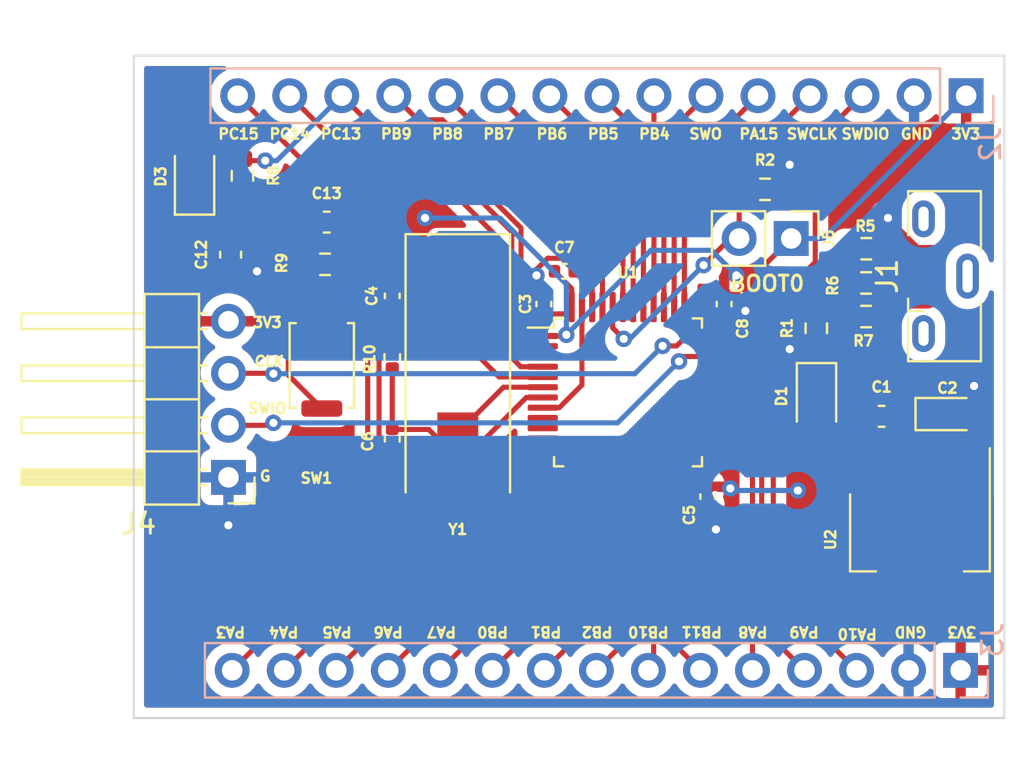
<source format=kicad_pcb>
(kicad_pcb (version 20211014) (generator pcbnew)
  (layers (0 "F.Cu" signal) (31 "B.Cu" signal) (34 "B.Paste" user) (35 "F.Paste" user) (36 "B.SilkS" user "B.Silkscreen") (37 "F.SilkS" user "F.Silkscreen") (38 "B.Mask" user) (39 "F.Mask" user) (44 "Edge.Cuts" user))
  (net 0 "")
  (net 1 "/HSE_OUT")
  (net 2 "Net-(C4-Pad2)")
  (net 3 "/HSE_IN")
  (net 4 "+3.3VA")
  (net 5 "RST")
  (net 6 "Net-(J1-Pad2)")
  (net 7 "Net-(J1-Pad3)")
  (net 9 "SWDIO")
  (net 11 "SWCLK")
  (net 12 "PA15")
  (net 13 "SWO")
  (net 14 "PB4")
  (net 15 "PB5")
  (net 16 "PB6")
  (net 17 "PB7")
  (net 18 "PB8")
  (net 19 "PB9")
  (net 20 "PC13")
  (net 21 "PC14")
  (net 22 "PC15")
  (net 27 "PA10")
  (net 28 "PA9")
  (net 29 "PA8")
  (net 30 "PB11")
  (net 31 "PB10")
  (net 32 "PB2")
  (net 33 "PB1")
  (net 34 "PB0")
  (net 35 "PA7")
  (net 36 "PA6")
  (net 37 "PA5")
  (net 38 "PA4")
  (net 39 "PA3")
  (net 40 "/BOOT0")
  (net 41 "Net-(D3-Pad1)")
  (net 43 "GND")
  (net 44 "+3.3V")
  (net 45 "Net-(D1-Pad1)")
  (net 46 "+5V")
  (net 47 "USB_D-")
  (net 48 "USB_D+")
  (footprint "Connector_PinHeader_2.54mm:PinHeader_1x04_P2.54mm_Horizontal" (layer "F.Cu") (at 116.605 131.46 180)
    (fp_text reference "J4" (at 4.385 -2.27) (layer "F.SilkS"))
    (fp_text value "Conn_01x04_Male")
    (pad "1" thru_hole rect (at 0 0 180) (size 1.7 1.7) (drill 1) (layers *.Cu *.Mask) (net 43 "GND"))
    (pad "2" thru_hole oval (at 0 2.54 180) (size 1.7 1.7) (drill 1) (layers *.Cu *.Mask) (net 9 "SWDIO"))
    (pad "3" thru_hole oval (at 0 5.08 180) (size 1.7 1.7) (drill 1) (layers *.Cu *.Mask) (net 11 "SWCLK"))
    (pad "4" thru_hole oval (at 0 7.62 180) (size 1.7 1.7) (drill 1) (layers *.Cu *.Mask) (net 44 "+3.3V"))
  )
  (footprint "Capacitor_SMD:C_0603_1608Metric" (layer "F.Cu") (at 116.71 120.59 90)
    (fp_text reference "C12" (at 0 -1.43 90) (layer "F.SilkS") (effects (font (size 0.5 0.5) (thickness 0.125))))
    (fp_text value "104")
    (pad "1" smd roundrect (at -0.775 0 90) (size 0.9 0.95) (layers "F.Cu" "F.Paste" "F.Mask") (net 43 "GND"))
    (pad "2" smd roundrect (at 0.775 0 90) (size 0.9 0.95) (layers "F.Cu" "F.Paste" "F.Mask") (net 44 "+3.3V"))
  )
  (footprint "Resistor_SMD:R_0603_1608Metric" (layer "F.Cu") (at 145.3 124.18 90)
    (fp_text reference "R1" (at 0 -1.43 90) (layer "F.SilkS") (effects (font (size 0.5 0.5) (thickness 0.125))))
    (fp_text value "510")
    (pad "1" smd roundrect (at -0.825 0 90) (size 0.8 0.95) (layers "F.Cu" "F.Paste" "F.Mask") (net 45 "Net-(D1-Pad1)"))
    (pad "2" smd roundrect (at 0.825 0 90) (size 0.8 0.95) (layers "F.Cu" "F.Paste" "F.Mask") (net 43 "GND"))
  )
  (footprint "Capacitor_Tantalum_SMD:CP_EIA-1608-08_AVX-J_Pad1.25x1.05mm_HandSolder" (layer "F.Cu") (at 151.83 128.37)
    (fp_text reference "C2" (at -0.13 -1.27) (layer "F.SilkS") (effects (font (size 0.5 0.5) (thickness 0.125))))
    (fp_text value "22uf")
    (pad "1" smd roundrect (at -0.8 0) (size 1.25 1.05) (layers "F.Cu" "F.Paste" "F.Mask") (roundrect_rratio 0.2380952381) (net 44 "+3.3V"))
    (pad "2" smd roundrect (at 0.8 0) (size 1.25 1.05) (layers "F.Cu" "F.Paste" "F.Mask") (roundrect_rratio 0.2380952381) (net 43 "GND"))
  )
  (footprint "Button_Switch_SMD:SW_Push_SPST_NO_Alps_SKRK" (layer "F.Cu") (at 121.16 126 90)
    (fp_text reference "SW1" (at -5.5 -0.26 180) (layer "F.SilkS") (effects (font (size 0.5 0.5) (thickness 0.125))))
    (fp_text value "SW_Push")
    (pad "1" smd roundrect (at -2.1 0 90) (size 0.8 2) (layers "F.Cu" "F.Paste" "F.Mask") (net 43 "GND"))
    (pad "2" smd roundrect (at 2.1 0 90) (size 0.8 2) (layers "F.Cu" "F.Paste" "F.Mask") (net 5 "RST"))
  )
  (footprint "Crystal:Crystal_SMD_HC49-SD" (layer "F.Cu") (at 127.8 126.29 -90)
    (fp_text reference "Y1" (at 7.71 0) (layer "F.SilkS") (effects (font (size 0.5 0.5) (thickness 0.125))))
    (fp_text value "8MHz")
    (pad "1" smd rect (at -4.25 0 270) (size 4.5 2) (layers "F.Cu" "F.Paste" "F.Mask") (net 1 "/HSE_OUT"))
    (pad "2" smd rect (at 4.25 0 270) (size 4.5 2) (layers "F.Cu" "F.Paste" "F.Mask") (net 3 "/HSE_IN"))
  )
  (footprint "Capacitor_SMD:C_0402_1005Metric" (layer "F.Cu") (at 124.6 122.6 -90)
    (fp_text reference "C4" (at 0 1 90) (layer "F.SilkS") (effects (font (size 0.5 0.5) (thickness 0.125))))
    (fp_text value "20p")
    (pad "1" smd roundrect (at -0.48 0 270) (size 0.56 0.62) (layers "F.Cu" "F.Paste" "F.Mask") (net 1 "/HSE_OUT"))
    (pad "2" smd roundrect (at 0.48 0 270) (size 0.56 0.62) (layers "F.Cu" "F.Paste" "F.Mask") (net 2 "Net-(C4-Pad2)"))
  )
  (footprint "Resistor_SMD:R_0603_1608Metric" (layer "F.Cu") (at 147.73 121.97 180)
    (fp_text reference "R6" (at 1.63 -0.13 270) (layer "F.SilkS") (effects (font (size 0.5 0.5) (thickness 0.125))))
    (fp_text value "20")
    (pad "1" smd roundrect (at -0.825 0 180) (size 0.8 0.95) (layers "F.Cu" "F.Paste" "F.Mask") (net 6 "Net-(J1-Pad2)"))
    (pad "2" smd roundrect (at 0.825 0 180) (size 0.8 0.95) (layers "F.Cu" "F.Paste" "F.Mask") (net 47 "USB_D-"))
  )
  (footprint "Capacitor_SMD:C_0402_1005Metric" (layer "F.Cu") (at 133 121.4)
    (fp_text reference "C7" (at 0 -1.16) (layer "F.SilkS") (effects (font (size 0.5 0.5) (thickness 0.125))))
    (fp_text value "100n")
    (pad "1" smd roundrect (at -0.48 0) (size 0.56 0.62) (layers "F.Cu" "F.Paste" "F.Mask") (net 44 "+3.3V"))
    (pad "2" smd roundrect (at 0.48 0) (size 0.56 0.62) (layers "F.Cu" "F.Paste" "F.Mask") (net 43 "GND"))
  )
  (footprint "Resistor_SMD:R_0402_1005Metric" (layer "F.Cu") (at 124.6 125.6 -90)
    (fp_text reference "R10" (at 0.1 1.1 -90) (layer "F.SilkS") (effects (font (size 0.5 0.5) (thickness 0.125))))
    (fp_text value "1M")
    (pad "1" smd roundrect (at -0.51 0 270) (size 0.54 0.64) (layers "F.Cu" "F.Paste" "F.Mask") (net 1 "/HSE_OUT"))
    (pad "2" smd roundrect (at 0.51 0 270) (size 0.54 0.64) (layers "F.Cu" "F.Paste" "F.Mask") (net 3 "/HSE_IN"))
  )
  (footprint "Capacitor_SMD:C_0603_1608Metric" (layer "F.Cu") (at 121.4 119 180)
    (fp_text reference "C13" (at 0 1.4) (layer "F.SilkS") (effects (font (size 0.5 0.5) (thickness 0.125))))
    (fp_text value "104")
    (pad "1" smd roundrect (at -0.775 0 180) (size 0.9 0.95) (layers "F.Cu" "F.Paste" "F.Mask") (net 5 "RST"))
    (pad "2" smd roundrect (at 0.775 0 180) (size 0.9 0.95) (layers "F.Cu" "F.Paste" "F.Mask") (net 43 "GND"))
  )
  (footprint "Capacitor_SMD:C_0402_1005Metric" (layer "F.Cu") (at 132 123 90)
    (fp_text reference "C3" (at 0 -0.9 90) (layer "F.SilkS") (effects (font (size 0.5 0.5) (thickness 0.125))))
    (fp_text value "4u7")
    (pad "1" smd roundrect (at -0.48 0 90) (size 0.56 0.62) (layers "F.Cu" "F.Paste" "F.Mask") (net 44 "+3.3V"))
    (pad "2" smd roundrect (at 0.48 0 90) (size 0.56 0.62) (layers "F.Cu" "F.Paste" "F.Mask") (net 43 "GND"))
  )
  (footprint "Resistor_SMD:R_0603_1608Metric" (layer "F.Cu") (at 117.28875 116.7375 90)
    (fp_text reference "R8" (at 0 1.51125 90) (layer "F.SilkS") (effects (font (size 0.5 0.5) (thickness 0.125))))
    (fp_text value "510")
    (pad "1" smd roundrect (at -0.825 0 90) (size 0.8 0.95) (layers "F.Cu" "F.Paste" "F.Mask") (net 41 "Net-(D3-Pad1)"))
    (pad "2" smd roundrect (at 0.825 0 90) (size 0.8 0.95) (layers "F.Cu" "F.Paste" "F.Mask") (net 20 "PC13"))
  )
  (footprint "Capacitor_SMD:C_0402_1005Metric" (layer "F.Cu") (at 140.8 123 -90)
    (fp_text reference "C8" (at 1.2 -0.9 90) (layer "F.SilkS") (effects (font (size 0.5 0.5) (thickness 0.125))))
    (fp_text value "100n")
    (pad "1" smd roundrect (at -0.48 0 270) (size 0.56 0.62) (layers "F.Cu" "F.Paste" "F.Mask") (net 44 "+3.3V"))
    (pad "2" smd roundrect (at 0.48 0 270) (size 0.56 0.62) (layers "F.Cu" "F.Paste" "F.Mask") (net 43 "GND"))
  )
  (footprint "Resistor_SMD:R_0603_1608Metric" (layer "F.Cu") (at 147.74 120.3 180)
    (fp_text reference "R5" (at 0.04 1.1 180) (layer "F.SilkS") (effects (font (size 0.5 0.5) (thickness 0.125))))
    (fp_text value "20")
    (pad "1" smd roundrect (at -0.825 0 180) (size 0.8 0.95) (layers "F.Cu" "F.Paste" "F.Mask") (net 7 "Net-(J1-Pad3)"))
    (pad "2" smd roundrect (at 0.825 0 180) (size 0.8 0.95) (layers "F.Cu" "F.Paste" "F.Mask") (net 48 "USB_D+"))
  )
  (footprint "Resistor_SMD:R_0603_1608Metric" (layer "F.Cu") (at 142.8 117.4)
    (fp_text reference "R2" (at 0 -1.43) (layer "F.SilkS") (effects (font (size 0.5 0.5) (thickness 0.125))))
    (fp_text value "10k")
    (pad "1" smd roundrect (at -0.825 0) (size 0.8 0.95) (layers "F.Cu" "F.Paste" "F.Mask") (net 40 "/BOOT0"))
    (pad "2" smd roundrect (at 0.825 0) (size 0.8 0.95) (layers "F.Cu" "F.Paste" "F.Mask") (net 43 "GND"))
  )
  (footprint "Connector_PinHeader_2.54mm:PinHeader_1x02_P2.54mm_Vertical" (layer "F.Cu") (at 144.075 119.8 -90)
    (fp_text reference "J5" (at 0 -1.825 90) (layer "F.SilkS") (effects (font (size 0.5 0.5) (thickness 0.125))))
    (fp_text value "Conn_01x02_Male")
    (pad "1" thru_hole rect (at 0 0 270) (size 1.7 1.7) (drill 1) (layers *.Cu *.Mask) (net 44 "+3.3V"))
    (pad "2" thru_hole oval (at 0 2.54 270) (size 1.7 1.7) (drill 1) (layers *.Cu *.Mask) (net 40 "/BOOT0"))
  )
  (footprint "Package_QFP:LQFP-48_7x7mm_P0.5mm" (layer "F.Cu") (at 136.11 127.31)
    (fp_text reference "U1" (at 0 -5.85) (layer "F.SilkS") (effects (font (size 0.5 0.5) (thickness 0.125))))
    (fp_text value "STM32F103C8T6")
    (pad "1" smd roundrect (at -4.1625 -2.75) (size 1.475 0.3) (layers "F.Cu" "F.Paste" "F.Mask") (net 44 "+3.3V"))
    (pad "2" smd roundrect (at -4.1625 -2.25) (size 1.475 0.3) (layers "F.Cu" "F.Paste" "F.Mask") (net 20 "PC13"))
    (pad "3" smd roundrect (at -4.1625 -1.75) (size 1.475 0.3) (layers "F.Cu" "F.Paste" "F.Mask") (net 21 "PC14"))
    (pad "4" smd roundrect (at -4.1625 -1.25) (size 1.475 0.3) (layers "F.Cu" "F.Paste" "F.Mask") (net 22 "PC15"))
    (pad "5" smd roundrect (at -4.1625 -0.75) (size 1.475 0.3) (layers "F.Cu" "F.Paste" "F.Mask") (net 1 "/HSE_OUT"))
    (pad "6" smd roundrect (at -4.1625 -0.25) (size 1.475 0.3) (layers "F.Cu" "F.Paste" "F.Mask") (net 3 "/HSE_IN"))
    (pad "7" smd roundrect (at -4.1625 0.25) (size 1.475 0.3) (layers "F.Cu" "F.Paste" "F.Mask") (net 5 "RST"))
    (pad "8" smd roundrect (at -4.1625 0.75) (size 1.475 0.3) (layers "F.Cu" "F.Paste" "F.Mask") (net 43 "GND"))
    (pad "9" smd roundrect (at -4.1625 1.25) (size 1.475 0.3) (layers "F.Cu" "F.Paste" "F.Mask") (net 4 "+3.3VA"))
    (pad "10" smd roundrect (at -4.1625 1.75) (size 1.475 0.3) (layers "F.Cu" "F.Paste" "F.Mask"))
    (pad "11" smd roundrect (at -4.1625 2.25) (size 1.475 0.3) (layers "F.Cu" "F.Paste" "F.Mask"))
    (pad "12" smd roundrect (at -4.1625 2.75) (size 1.475 0.3) (layers "F.Cu" "F.Paste" "F.Mask"))
    (pad "13" smd roundrect (at -2.75 4.1625) (size 0.3 1.475) (layers "F.Cu" "F.Paste" "F.Mask") (net 39 "PA3"))
    (pad "14" smd roundrect (at -2.25 4.1625) (size 0.3 1.475) (layers "F.Cu" "F.Paste" "F.Mask") (net 38 "PA4"))
    (pad "15" smd roundrect (at -1.75 4.1625) (size 0.3 1.475) (layers "F.Cu" "F.Paste" "F.Mask") (net 37 "PA5"))
    (pad "16" smd roundrect (at -1.25 4.1625) (size 0.3 1.475) (layers "F.Cu" "F.Paste" "F.Mask") (net 36 "PA6"))
    (pad "17" smd roundrect (at -0.75 4.1625) (size 0.3 1.475) (layers "F.Cu" "F.Paste" "F.Mask") (net 35 "PA7"))
    (pad "18" smd roundrect (at -0.25 4.1625) (size 0.3 1.475) (layers "F.Cu" "F.Paste" "F.Mask") (net 34 "PB0"))
    (pad "19" smd roundrect (at 0.25 4.1625) (size 0.3 1.475) (layers "F.Cu" "F.Paste" "F.Mask") (net 33 "PB1"))
    (pad "20" smd roundrect (at 0.75 4.1625) (size 0.3 1.475) (layers "F.Cu" "F.Paste" "F.Mask") (net 32 "PB2"))
    (pad "21" smd roundrect (at 1.25 4.1625) (size 0.3 1.475) (layers "F.Cu" "F.Paste" "F.Mask") (net 31 "PB10"))
    (pad "22" smd roundrect (at 1.75 4.1625) (size 0.3 1.475) (layers "F.Cu" "F.Paste" "F.Mask") (net 30 "PB11"))
    (pad "23" smd roundrect (at 2.25 4.1625) (size 0.3 1.475) (layers "F.Cu" "F.Paste" "F.Mask") (net 43 "GND"))
    (pad "24" smd roundrect (at 2.75 4.1625) (size 0.3 1.475) (layers "F.Cu" "F.Paste" "F.Mask") (net 44 "+3.3V"))
    (pad "25" smd roundrect (at 4.1625 2.75) (size 1.475 0.3) (layers "F.Cu" "F.Paste" "F.Mask"))
    (pad "26" smd roundrect (at 4.1625 2.25) (size 1.475 0.3) (layers "F.Cu" "F.Paste" "F.Mask"))
    (pad "27" smd roundrect (at 4.1625 1.75) (size 1.475 0.3) (layers "F.Cu" "F.Paste" "F.Mask"))
    (pad "28" smd roundrect (at 4.1625 1.25) (size 1.475 0.3) (layers "F.Cu" "F.Paste" "F.Mask"))
    (pad "29" smd roundrect (at 4.1625 0.75) (size 1.475 0.3) (layers "F.Cu" "F.Paste" "F.Mask") (net 29 "PA8"))
    (pad "30" smd roundrect (at 4.1625 0.25) (size 1.475 0.3) (layers "F.Cu" "F.Paste" "F.Mask") (net 28 "PA9"))
    (pad "31" smd roundrect (at 4.1625 -0.25) (size 1.475 0.3) (layers "F.Cu" "F.Paste" "F.Mask") (net 27 "PA10"))
    (pad "32" smd roundrect (at 4.1625 -0.75) (size 1.475 0.3) (layers "F.Cu" "F.Paste" "F.Mask") (net 47 "USB_D-"))
    (pad "33" smd roundrect (at 4.1625 -1.25) (size 1.475 0.3) (layers "F.Cu" "F.Paste" "F.Mask") (net 48 "USB_D+"))
    (pad "34" smd roundrect (at 4.1625 -1.75) (size 1.475 0.3) (layers "F.Cu" "F.Paste" "F.Mask") (net 9 "SWDIO"))
    (pad "35" smd roundrect (at 4.1625 -2.25) (size 1.475 0.3) (layers "F.Cu" "F.Paste" "F.Mask") (net 43 "GND"))
    (pad "36" smd roundrect (at 4.1625 -2.75) (size 1.475 0.3) (layers "F.Cu" "F.Paste" "F.Mask") (net 44 "+3.3V"))
    (pad "37" smd roundrect (at 2.75 -4.1625) (size 0.3 1.475) (layers "F.Cu" "F.Paste" "F.Mask") (net 11 "SWCLK"))
    (pad "38" smd roundrect (at 2.25 -4.1625) (size 0.3 1.475) (layers "F.Cu" "F.Paste" "F.Mask") (net 12 "PA15"))
    (pad "39" smd roundrect (at 1.75 -4.1625) (size 0.3 1.475) (layers "F.Cu" "F.Paste" "F.Mask") (net 13 "SWO"))
    (pad "40" smd roundrect (at 1.25 -4.1625) (size 0.3 1.475) (layers "F.Cu" "F.Paste" "F.Mask") (net 14 "PB4"))
    (pad "41" smd roundrect (at 0.75 -4.1625) (size 0.3 1.475) (layers "F.Cu" "F.Paste" "F.Mask") (net 15 "PB5"))
    (pad "42" smd roundrect (at 0.25 -4.1625) (size 0.3 1.475) (layers "F.Cu" "F.Paste" "F.Mask") (net 16 "PB6"))
    (pad "43" smd roundrect (at -0.25 -4.1625) (size 0.3 1.475) (layers "F.Cu" "F.Paste" "F.Mask") (net 17 "PB7"))
    (pad "44" smd roundrect (at -0.75 -4.1625) (size 0.3 1.475) (layers "F.Cu" "F.Paste" "F.Mask") (net 40 "/BOOT0"))
    (pad "45" smd roundrect (at -1.25 -4.1625) (size 0.3 1.475) (layers "F.Cu" "F.Paste" "F.Mask") (net 18 "PB8"))
    (pad "46" smd roundrect (at -1.75 -4.1625) (size 0.3 1.475) (layers "F.Cu" "F.Paste" "F.Mask") (net 19 "PB9"))
    (pad "47" smd roundrect (at -2.25 -4.1625) (size 0.3 1.475) (layers "F.Cu" "F.Paste" "F.Mask") (net 43 "GND"))
    (pad "48" smd roundrect (at -2.75 -4.1625) (size 0.3 1.475) (layers "F.Cu" "F.Paste" "F.Mask") (net 44 "+3.3V"))
  )
  (footprint "Capacitor_SMD:C_0603_1608Metric" (layer "F.Cu") (at 148.49 128.48)
    (fp_text reference "C1" (at 0 -1.43) (layer "F.SilkS") (effects (font (size 0.5 0.5) (thickness 0.125))))
    (fp_text value "10uf")
    (pad "1" smd roundrect (at -0.775 0) (size 0.9 0.95) (layers "F.Cu" "F.Paste" "F.Mask") (net 46 "+5V"))
    (pad "2" smd roundrect (at 0.775 0) (size 0.9 0.95) (layers "F.Cu" "F.Paste" "F.Mask") (net 43 "GND"))
  )
  (footprint "Resistor_SMD:R_0603_1608Metric" (layer "F.Cu") (at 121.32 121.06)
    (fp_text reference "R9" (at -2.12 -0.06 270) (layer "F.SilkS") (effects (font (size 0.5 0.5) (thickness 0.125))))
    (fp_text value "10k")
    (pad "1" smd roundrect (at -0.825 0) (size 0.8 0.95) (layers "F.Cu" "F.Paste" "F.Mask") (net 44 "+3.3V"))
    (pad "2" smd roundrect (at 0.825 0) (size 0.8 0.95) (layers "F.Cu" "F.Paste" "F.Mask") (net 5 "RST"))
  )
  (footprint "Resistor_SMD:R_0603_1608Metric" (layer "F.Cu") (at 147.73 123.61 180)
    (fp_text reference "R7" (at 0.13 -1.19 180) (layer "F.SilkS") (effects (font (size 0.5 0.5) (thickness 0.125))))
    (fp_text value "4.7k")
    (pad "1" smd roundrect (at -0.825 0 180) (size 0.8 0.95) (layers "F.Cu" "F.Paste" "F.Mask") (net 46 "+5V"))
    (pad "2" smd roundrect (at 0.825 0 180) (size 0.8 0.95) (layers "F.Cu" "F.Paste" "F.Mask") (net 48 "USB_D+"))
  )
  (footprint "Connector_USB:USB_Micro-B_Molex-105133-0001" (layer "F.Cu") (at 151.61 121.64 90)
    (fp_text reference "J1" (at 0 -2.85 90) (layer "F.SilkS"))
    (fp_text value "USB_B_Micro")
    (pad "1" smd rect (at -1.3 -0.825 90) (size 0.45 1.5) (layers "F.Cu" "F.Paste" "F.Mask") (net 46 "+5V"))
    (pad "2" smd rect (at -0.65 -0.825 90) (size 0.45 1.5) (layers "F.Cu" "F.Paste" "F.Mask") (net 6 "Net-(J1-Pad2)"))
    (pad "3" smd rect (at 0 -0.825 90) (size 0.45 1.5) (layers "F.Cu" "F.Paste" "F.Mask") (net 7 "Net-(J1-Pad3)"))
    (pad "4" smd rect (at 0.65 -0.825 90) (size 0.45 1.5) (layers "F.Cu" "F.Paste" "F.Mask"))
    (pad "5" smd rect (at 1.3 -0.825 90) (size 0.45 1.5) (layers "F.Cu" "F.Paste" "F.Mask") (net 43 "GND"))
    (pad "6" thru_hole oval (at 2.8 -1.075 90) (size 1.8 1.1) (drill oval 1.2 0.5) (layers *.Cu *.Mask))
    (pad "6" thru_hole oval (at 0 1.075 90) (size 2.2 1.1) (drill oval 1.6 0.5) (layers *.Cu *.Mask))
    (pad "6" thru_hole oval (at -2.8 -1.075 90) (size 1.8 1.1) (drill oval 1.2 0.5) (layers *.Cu *.Mask))
  )
  (footprint "LED_SMD:LED_0805_2012Metric_Pad1.15x1.40mm_HandSolder" (layer "F.Cu") (at 145.31 127.74 -90)
    (fp_text reference "D1" (at -0.24 1.71 90) (layer "F.SilkS") (effects (font (size 0.5 0.5) (thickness 0.125))))
    (fp_text value "GREEN")
    (pad "1" smd roundrect (at -1.025 0 270) (size 1.15 1.4) (layers "F.Cu" "F.Paste" "F.Mask") (roundrect_rratio 0.2173913043) (net 45 "Net-(D1-Pad1)"))
    (pad "2" smd roundrect (at 1.025 0 270) (size 1.15 1.4) (layers "F.Cu" "F.Paste" "F.Mask") (roundrect_rratio 0.2173913043) (net 44 "+3.3V"))
  )
  (footprint "Capacitor_SMD:C_0402_1005Metric" (layer "F.Cu") (at 140 132.4 -90)
    (fp_text reference "C5" (at 0.9 0.9 90) (layer "F.SilkS") (effects (font (size 0.5 0.5) (thickness 0.125))))
    (fp_text value "100n")
    (pad "1" smd roundrect (at -0.48 0 270) (size 0.56 0.62) (layers "F.Cu" "F.Paste" "F.Mask") (net 44 "+3.3V"))
    (pad "2" smd roundrect (at 0.48 0 270) (size 0.56 0.62) (layers "F.Cu" "F.Paste" "F.Mask") (net 43 "GND"))
  )
  (footprint "Capacitor_SMD:C_0402_1005Metric" (layer "F.Cu") (at 124.6 129.6 -90)
    (fp_text reference "C6" (at 0.1 1.2 -90) (layer "F.SilkS") (effects (font (size 0.5 0.5) (thickness 0.125))))
    (fp_text value "20p")
    (pad "1" smd roundrect (at -0.48 0 270) (size 0.56 0.62) (layers "F.Cu" "F.Paste" "F.Mask") (net 3 "/HSE_IN"))
    (pad "2" smd roundrect (at 0.48 0 270) (size 0.56 0.62) (layers "F.Cu" "F.Paste" "F.Mask") (net 2 "Net-(C4-Pad2)"))
  )
  (footprint "Package_TO_SOT_SMD:SOT-223-3_TabPin2" (layer "F.Cu") (at 150.36 134.14 -90)
    (fp_text reference "U2" (at 0.36 4.36 90) (layer "F.SilkS") (effects (font (size 0.5 0.5) (thickness 0.125))))
    (fp_text value "AMS1117")
    (pad "1" smd rect (at -3.15 -2.3 270) (size 2 1.5) (layers "F.Cu" "F.Paste" "F.Mask") (net 43 "GND"))
    (pad "2" smd rect (at 3.15 0 270) (size 2 3.8) (layers "F.Cu" "F.Paste" "F.Mask") (net 44 "+3.3V"))
    (pad "2" smd rect (at -3.15 0 270) (size 2 1.5) (layers "F.Cu" "F.Paste" "F.Mask") (net 44 "+3.3V"))
    (pad "3" smd rect (at -3.15 2.3 270) (size 2 1.5) (layers "F.Cu" "F.Paste" "F.Mask") (net 46 "+5V"))
  )
  (footprint "LED_SMD:LED_0805_2012Metric_Pad1.15x1.40mm_HandSolder" (layer "F.Cu") (at 114.94875 116.775 90)
    (fp_text reference "D3" (at 0 -1.65 90) (layer "F.SilkS") (effects (font (size 0.5 0.5) (thickness 0.125))))
    (fp_text value "LED")
    (pad "1" smd roundrect (at -1.025 0 90) (size 1.15 1.4) (layers "F.Cu" "F.Paste" "F.Mask") (roundrect_rratio 0.2173913043) (net 41 "Net-(D3-Pad1)"))
    (pad "2" smd roundrect (at 1.025 0 90) (size 1.15 1.4) (layers "F.Cu" "F.Paste" "F.Mask") (roundrect_rratio 0.2173913043) (net 44 "+3.3V"))
  )
  (footprint "Connector_PinHeader_2.54mm:PinHeader_1x15_P2.54mm_Vertical" (layer "B.Cu") (at 152.615 112.83 90)
    (fp_text reference "J2" (at -2.37 1.185 90) (layer "B.SilkS") (effects (justify mirror)))
    (fp_text value "Conn_01x15")
    (pad "1" thru_hole rect (at 0 0 90) (size 1.7 1.7) (drill 1) (layers *.Cu *.Mask) (net 44 "+3.3V"))
    (pad "2" thru_hole oval (at 0 -2.54 90) (size 1.7 1.7) (drill 1) (layers *.Cu *.Mask) (net 43 "GND"))
    (pad "3" thru_hole oval (at 0 -5.08 90) (size 1.7 1.7) (drill 1) (layers *.Cu *.Mask) (net 9 "SWDIO"))
    (pad "4" thru_hole oval (at 0 -7.62 90) (size 1.7 1.7) (drill 1) (layers *.Cu *.Mask) (net 11 "SWCLK"))
    (pad "5" thru_hole oval (at 0 -10.16 90) (size 1.7 1.7) (drill 1) (layers *.Cu *.Mask) (net 12 "PA15"))
    (pad "6" thru_hole oval (at 0 -12.7 90) (size 1.7 1.7) (drill 1) (layers *.Cu *.Mask) (net 13 "SWO"))
    (pad "7" thru_hole oval (at 0 -15.24 90) (size 1.7 1.7) (drill 1) (layers *.Cu *.Mask) (net 14 "PB4"))
    (pad "8" thru_hole oval (at 0 -17.78 90) (size 1.7 1.7) (drill 1) (layers *.Cu *.Mask) (net 15 "PB5"))
    (pad "9" thru_hole oval (at 0 -20.32 90) (size 1.7 1.7) (drill 1) (layers *.Cu *.Mask) (net 16 "PB6"))
    (pad "10" thru_hole oval (at 0 -22.86 90) (size 1.7 1.7) (drill 1) (layers *.Cu *.Mask) (net 17 "PB7"))
    (pad "11" thru_hole oval (at 0 -25.4 90) (size 1.7 1.7) (drill 1) (layers *.Cu *.Mask) (net 18 "PB8"))
    (pad "12" thru_hole oval (at 0 -27.94 90) (size 1.7 1.7) (drill 1) (layers *.Cu *.Mask) (net 19 "PB9"))
    (pad "13" thru_hole oval (at 0 -30.48 90) (size 1.7 1.7) (drill 1) (layers *.Cu *.Mask) (net 20 "PC13"))
    (pad "14" thru_hole oval (at 0 -33.02 90) (size 1.7 1.7) (drill 1) (layers *.Cu *.Mask) (net 21 "PC14"))
    (pad "15" thru_hole oval (at 0 -35.56 90) (size 1.7 1.7) (drill 1) (layers *.Cu *.Mask) (net 22 "PC15"))
  )
  (footprint "Connector_PinHeader_2.54mm:PinHeader_1x15_P2.54mm_Vertical" (layer "B.Cu") (at 152.345 140.88 90)
    (fp_text reference "J3" (at 1.48 1.555 90) (layer "B.SilkS") (effects (justify mirror)))
    (fp_text value "Conn_01x15")
    (pad "1" thru_hole rect (at 0 0 90) (size 1.7 1.7) (drill 1) (layers *.Cu *.Mask) (net 44 "+3.3V"))
    (pad "2" thru_hole oval (at 0 -2.54 90) (size 1.7 1.7) (drill 1) (layers *.Cu *.Mask) (net 43 "GND"))
    (pad "3" thru_hole oval (at 0 -5.08 90) (size 1.7 1.7) (drill 1) (layers *.Cu *.Mask) (net 27 "PA10"))
    (pad "4" thru_hole oval (at 0 -7.62 90) (size 1.7 1.7) (drill 1) (layers *.Cu *.Mask) (net 28 "PA9"))
    (pad "5" thru_hole oval (at 0 -10.16 90) (size 1.7 1.7) (drill 1) (layers *.Cu *.Mask) (net 29 "PA8"))
    (pad "6" thru_hole oval (at 0 -12.7 90) (size 1.7 1.7) (drill 1) (layers *.Cu *.Mask) (net 30 "PB11"))
    (pad "7" thru_hole oval (at 0 -15.24 90) (size 1.7 1.7) (drill 1) (layers *.Cu *.Mask) (net 31 "PB10"))
    (pad "8" thru_hole oval (at 0 -17.78 90) (size 1.7 1.7) (drill 1) (layers *.Cu *.Mask) (net 32 "PB2"))
    (pad "9" thru_hole oval (at 0 -20.32 90) (size 1.7 1.7) (drill 1) (layers *.Cu *.Mask) (net 33 "PB1"))
    (pad "10" thru_hole oval (at 0 -22.86 90) (size 1.7 1.7) (drill 1) (layers *.Cu *.Mask) (net 34 "PB0"))
    (pad "11" thru_hole oval (at 0 -25.4 90) (size 1.7 1.7) (drill 1) (layers *.Cu *.Mask) (net 35 "PA7"))
    (pad "12" thru_hole oval (at 0 -27.94 90) (size 1.7 1.7) (drill 1) (layers *.Cu *.Mask) (net 36 "PA6"))
    (pad "13" thru_hole oval (at 0 -30.48 90) (size 1.7 1.7) (drill 1) (layers *.Cu *.Mask) (net 37 "PA5"))
    (pad "14" thru_hole oval (at 0 -33.02 90) (size 1.7 1.7) (drill 1) (layers *.Cu *.Mask) (net 38 "PA4"))
    (pad "15" thru_hole oval (at 0 -35.56 90) (size 1.7 1.7) (drill 1) (layers *.Cu *.Mask) (net 39 "PA3"))
  )
  (gr_rect (start 111.98 110.87) (end 154.48 143.21) (layer "Edge.Cuts") (width 0.1) (fill none))
  (gr_text "PA4" (at 119.3 139 180) (layer "F.SilkS") (effects (font (size 0.5 0.5) (thickness 0.125))))
  (gr_text "3V3" (at 152.4 139 180) (layer "F.SilkS") (effects (font (size 0.5 0.5) (thickness 0.125))))
  (gr_text "PB2" (at 134.6 139 180) (layer "F.SilkS") (effects (font (size 0.5 0.5) (thickness 0.125))))
  (gr_text "PA10" (at 147.3 139.1 180) (layer "F.SilkS") (effects (font (size 0.5 0.5) (thickness 0.125))))
  (gr_text "PB10" (at 137.1 139 180) (layer "F.SilkS") (effects (font (size 0.5 0.5) (thickness 0.125))))
  (gr_text "GND" (at 150.2 114.7) (layer "F.SilkS") (effects (font (size 0.5 0.5) (thickness 0.125))))
  (gr_text "PA9" (at 144.7 139 180) (layer "F.SilkS") (effects (font (size 0.5 0.5) (thickness 0.125))))
  (gr_text "PA5" (at 121.9 139 180) (layer "F.SilkS") (effects (font (size 0.5 0.5) (thickness 0.125))))
  (gr_text "PB1" (at 132.1 139 180) (layer "F.SilkS") (effects (font (size 0.5 0.5) (thickness 0.125))))
  (gr_text "G" (at 118.4 131.4) (layer "F.SilkS") (effects (font (size 0.5 0.5) (thickness 0.125))))
  (gr_text "PB11" (at 139.7 139 180) (layer "F.SilkS") (effects (font (size 0.5 0.5) (thickness 0.125))))
  (gr_text "PC14\n" (at 119.6 114.7) (layer "F.SilkS") (effects (font (size 0.5 0.5) (thickness 0.125))))
  (gr_text "PB0" (at 129.5 139 180) (layer "F.SilkS") (effects (font (size 0.5 0.5) (thickness 0.125))))
  (gr_text "PA8" (at 142.2 139 180) (layer "F.SilkS") (effects (font (size 0.5 0.5) (thickness 0.125))))
  (gr_text "PB5" (at 134.9 114.7) (layer "F.SilkS") (effects (font (size 0.5 0.5) (thickness 0.125))))
  (gr_text "GND" (at 149.9 139 180) (layer "F.SilkS") (effects (font (size 0.5 0.5) (thickness 0.125))))
  (gr_text "3V3" (at 118.5 123.9) (layer "F.SilkS") (effects (font (size 0.5 0.5) (thickness 0.125))))
  (gr_text "PA6" (at 124.4 139 180) (layer "F.SilkS") (effects (font (size 0.5 0.5) (thickness 0.125))))
  (gr_text "SWDIO" (at 147.7 114.7) (layer "F.SilkS") (effects (font (size 0.5 0.5) (thickness 0.125))))
  (gr_text "PA15" (at 142.5 114.7) (layer "F.SilkS") (effects (font (size 0.5 0.5) (thickness 0.125))))
  (gr_text "PC15\n" (at 117.1 114.7) (layer "F.SilkS") (effects (font (size 0.5 0.5) (thickness 0.125))))
  (gr_text "PB8" (at 127.3 114.7) (layer "F.SilkS") (effects (font (size 0.5 0.5) (thickness 0.125))))
  (gr_text "BOOT0" (at 142.9 122) (layer "F.SilkS") (effects (font (size 0.75 0.75))))
  (gr_text "PB9\n\n\n" (at 124.8 115.5) (layer "F.SilkS") (effects (font (size 0.5 0.5) (thickness 0.125))))
  (gr_text "PB7" (at 129.8 114.7) (layer "F.SilkS") (effects (font (size 0.5 0.5) (thickness 0.125))))
  (gr_text "PA7" (at 127 139 180) (layer "F.SilkS") (effects (font (size 0.5 0.5) (thickness 0.125))))
  (gr_text "PC13\n\n" (at 122.1 115.1) (layer "F.SilkS") (effects (font (size 0.5 0.5) (thickness 0.125))))
  (gr_text "PB6" (at 132.4 114.7) (layer "F.SilkS") (effects (font (size 0.5 0.5) (thickness 0.125))))
  (gr_text "PA3" (at 116.7 139 180) (layer "F.SilkS") (effects (font (size 0.5 0.5) (thickness 0.125))))
  (gr_text "PB4" (at 137.4 114.7) (layer "F.SilkS") (effects (font (size 0.5 0.5) (thickness 0.125))))
  (gr_text "SWO\n" (at 139.9 114.7) (layer "F.SilkS") (effects (font (size 0.5 0.5) (thickness 0.125))))
  (gr_text "3V3" (at 152.6 114.7) (layer "F.SilkS") (effects (font (size 0.5 0.5) (thickness 0.125))))
  (gr_text "CLK" (at 118.6 125.8) (layer "F.SilkS") (effects (font (size 0.5 0.5) (thickness 0.125))))
  (gr_text "SWIO\n" (at 118.5 128.1) (layer "F.SilkS") (effects (font (size 0.5 0.5) (thickness 0.125))))
  (gr_text "SWCLK" (at 145.1 114.7) (layer "F.SilkS") (effects (font (size 0.5 0.5) (thickness 0.125))))
  (segment (start 127.8 124.54) (end 129.82 126.56) (width 0.25) (layer "F.Cu") (net 1))
  (segment (start 127.8 122.04) (end 124.68 122.04) (width 0.25) (layer "F.Cu") (net 1))
  (segment (start 129.82 126.56) (end 131.9475 126.56) (width 0.25) (layer "F.Cu") (net 1))
  (segment (start 124.68 122.04) (end 124.6 122.12) (width 0.25) (layer "F.Cu") (net 1))
  (segment (start 127.8 122.04) (end 127.8 124.54) (width 0.25) (layer "F.Cu") (net 1))
  (segment (start 124.59307 130.08) (end 124.6 130.08) (width 0.25) (layer "F.Cu") (net 2))
  (segment (start 123.95548 123.72452) (end 123.95548 129.44241) (width 0.25) (layer "F.Cu") (net 2))
  (segment (start 123.95548 129.44241) (end 124.59307 130.08) (width 0.25) (layer "F.Cu") (net 2))
  (segment (start 124.6 123.08) (end 123.95548 123.72452) (width 0.25) (layer "F.Cu") (net 2))
  (segment (start 130.03 127.06) (end 127.8 129.29) (width 0.25) (layer "F.Cu") (net 3))
  (segment (start 124.6 129.12) (end 124.6 126.11) (width 0.25) (layer "F.Cu") (net 3))
  (segment (start 131.9475 127.06) (end 130.03 127.06) (width 0.25) (layer "F.Cu") (net 3))
  (segment (start 127.8 129.29) (end 127.8 130.54) (width 0.25) (layer "F.Cu") (net 3))
  (segment (start 126.38 129.12) (end 127.8 130.54) (width 0.25) (layer "F.Cu") (net 3))
  (segment (start 124.6 129.12) (end 126.38 129.12) (width 0.25) (layer "F.Cu") (net 3))
  (segment (start 131.144994 127.56) (end 129.2 129.504994) (width 0.25) (layer "F.Cu") (net 5))
  (segment (start 129.124511 133.114511) (end 126.475489 133.114511) (width 0.25) (layer "F.Cu") (net 5))
  (segment (start 122.145 122.915) (end 121.16 123.9) (width 0.25) (layer "F.Cu") (net 5))
  (segment (start 126.475489 133.114511) (end 123.4 130.039022) (width 0.25) (layer "F.Cu") (net 5))
  (segment (start 122.145 121.06) (end 122.145 119.03) (width 0.25) (layer "F.Cu") (net 5))
  (segment (start 129.2 133.039022) (end 129.124511 133.114511) (width 0.25) (layer "F.Cu") (net 5))
  (segment (start 122.145 121.06) (end 122.145 122.915) (width 0.25) (layer "F.Cu") (net 5))
  (segment (start 123.4 130.039022) (end 123.4 124.8) (width 0.25) (layer "F.Cu") (net 5))
  (segment (start 122.5 123.9) (end 121.16 123.9) (width 0.25) (layer "F.Cu") (net 5))
  (segment (start 123.4 124.8) (end 122.5 123.9) (width 0.25) (layer "F.Cu") (net 5))
  (segment (start 122.145 119.03) (end 122.175 119) (width 0.25) (layer "F.Cu") (net 5))
  (segment (start 131.9475 127.56) (end 131.144994 127.56) (width 0.25) (layer "F.Cu") (net 5))
  (segment (start 129.2 129.504994) (end 129.2 133.039022) (width 0.25) (layer "F.Cu") (net 5))
  (segment (start 150.785 122.29) (end 148.875 122.29) (width 0.254) (layer "F.Cu") (net 6))
  (segment (start 148.875 122.29) (end 148.555 121.97) (width 0.254) (layer "F.Cu") (net 6))
  (segment (start 148.565 120.424) (end 148.565 120.3) (width 0.254) (layer "F.Cu") (net 7))
  (segment (start 150.785 121.64) (end 149.781 121.64) (width 0.254) (layer "F.Cu") (net 7))
  (segment (start 149.781 121.64) (end 148.565 120.424) (width 0.254) (layer "F.Cu") (net 7))
  (segment (start 145.249511 120.950489) (end 142.179132 124.020868) (width 0.25) (layer "F.Cu") (net 9))
  (segment (start 145.249511 115.115489) (end 145.249511 120.950489) (width 0.25) (layer "F.Cu") (net 9))
  (segment (start 142.179132 124.020868) (end 142.179132 125.420868) (width 0.25) (layer "F.Cu") (net 9))
  (segment (start 138.6 125.8) (end 138.84 125.56) (width 0.25) (layer "F.Cu") (net 9))
  (segment (start 138.84 125.56) (end 140.2725 125.56) (width 0.25) (layer "F.Cu") (net 9))
  (segment (start 116.605 128.92) (end 118.68 128.92) (width 0.25) (layer "F.Cu") (net 9))
  (segment (start 142.04 125.56) (end 140.2725 125.56) (width 0.25) (layer "F.Cu") (net 9))
  (segment (start 147.535 112.83) (end 145.249511 115.115489) (width 0.25) (layer "F.Cu") (net 9))
  (segment (start 142.179132 125.420868) (end 142.04 125.56) (width 0.25) (layer "F.Cu") (net 9))
  (segment (start 118.68 128.92) (end 118.8 128.8) (width 0.25) (layer "F.Cu") (net 9))
  (via (at 118.8 128.8) (size 0.8) (drill 0.4) (layers "F.Cu" "B.Cu") (net 9))
  (via (at 138.6 125.8) (size 0.8) (drill 0.4) (layers "F.Cu" "B.Cu") (net 9))
  (segment (start 135.6 128.8) (end 138.6 125.8) (width 0.25) (layer "B.Cu") (net 9))
  (segment (start 118.8 128.8) (end 135.6 128.8) (width 0.25) (layer "B.Cu") (net 9))
  (segment (start 138.86 118.965) (end 144.995 112.83) (width 0.25) (layer "F.Cu") (net 11))
  (segment (start 138.48598 125.044014) (end 138.86 124.669994) (width 0.25) (layer "F.Cu") (net 11))
  (segment (start 116.605 126.38) (end 118.78 126.38) (width 0.25) (layer "F.Cu") (net 11))
  (segment (start 138.86 123.1475) (end 138.86 118.965) (width 0.25) (layer "F.Cu") (net 11))
  (segment (start 118.78 126.38) (end 118.8 126.4) (width 0.25) (layer "F.Cu") (net 11))
  (segment (start 137.8 125.044014) (end 138.48598 125.044014) (width 0.25) (layer "F.Cu") (net 11))
  (segment (start 138.86 124.669994) (end 138.86 123.1475) (width 0.25) (layer "F.Cu") (net 11))
  (via (at 137.8 125.044014) (size 0.8) (drill 0.4) (layers "F.Cu" "B.Cu") (net 11))
  (via (at 118.8 126.4) (size 0.8) (drill 0.4) (layers "F.Cu" "B.Cu") (net 11))
  (segment (start 118.8 126.4) (end 136.444014 126.4) (width 0.25) (layer "B.Cu") (net 11))
  (segment (start 136.444014 126.4) (end 137.8 125.044014) (width 0.25) (layer "B.Cu") (net 11))
  (segment (start 138.36 116.925) (end 142.455 112.83) (width 0.25) (layer "F.Cu") (net 12))
  (segment (start 138.36 123.1475) (end 138.36 116.925) (width 0.25) (layer "F.Cu") (net 12))
  (segment (start 139.915 112.83) (end 137.86 114.885) (width 0.25) (layer "F.Cu") (net 13))
  (segment (start 137.86 114.885) (end 137.86 123.1475) (width 0.25) (layer "F.Cu") (net 13))
  (segment (start 137.375 123.1325) (end 137.36 123.1475) (width 0.25) (layer "F.Cu") (net 14))
  (segment (start 137.375 112.83) (end 137.375 123.1325) (width 0.25) (layer "F.Cu") (net 14))
  (segment (start 136.86 114.855) (end 134.835 112.83) (width 0.25) (layer "F.Cu") (net 15))
  (segment (start 136.86 123.1475) (end 136.86 114.855) (width 0.25) (layer "F.Cu") (net 15))
  (segment (start 136.36 123.1475) (end 136.36 116.895) (width 0.25) (layer "F.Cu") (net 16))
  (segment (start 136.36 116.895) (end 132.295 112.83) (width 0.25) (layer "F.Cu") (net 16))
  (segment (start 135.86 123.1475) (end 135.86 118.935) (width 0.25) (layer "F.Cu") (net 17))
  (segment (start 135.86 118.935) (end 129.755 112.83) (width 0.25) (layer "F.Cu") (net 17))
  (segment (start 134.86 123.1475) (end 134.86 120.475) (width 0.25) (layer "F.Cu") (net 18))
  (segment (start 134.86 120.475) (end 127.215 112.83) (width 0.25) (layer "F.Cu") (net 18))
  (segment (start 127.051441 114.004511) (end 125.849511 114.004511) (width 0.25) (layer "F.Cu") (net 19))
  (segment (start 134.36 121.31307) (end 127.051441 114.004511) (width 0.25) (layer "F.Cu") (net 19))
  (segment (start 125.849511 114.004511) (end 124.675 112.83) (width 0.25) (layer "F.Cu") (net 19))
  (segment (start 134.36 123.1475) (end 134.36 121.31307) (width 0.25) (layer "F.Cu") (net 19))
  (segment (start 131.144994 125.06) (end 131.9475 125.06) (width 0.25) (layer "F.Cu") (net 20))
  (segment (start 130.88548 124.800486) (end 131.144994 125.06) (width 0.25) (layer "F.Cu") (net 20))
  (segment (start 130.88548 121.31452) (end 130.88548 124.800486) (width 0.25) (layer "F.Cu") (net 20))
  (segment (start 122.135 112.83) (end 124.705 115.4) (width 0.25) (layer "F.Cu") (net 20))
  (segment (start 130.88548 121.226458) (end 130.88548 121.31452) (width 0.25) (layer "F.Cu") (net 20))
  (segment (start 130.88548 119.28548) (end 130.88548 121.31452) (width 0.25) (layer "F.Cu") (net 20))
  (segment (start 118.4 116) (end 117.37625 116) (width 0.25) (layer "F.Cu") (net 20))
  (segment (start 127 115.4) (end 130.88548 119.28548) (width 0.25) (layer "F.Cu") (net 20))
  (segment (start 122.135 112.83) (end 122.489022 112.83) (width 0.25) (layer "F.Cu") (net 20))
  (segment (start 117.37625 116) (end 117.28875 115.9125) (width 0.25) (layer "F.Cu") (net 20))
  (segment (start 124.705 115.4) (end 127 115.4) (width 0.25) (layer "F.Cu") (net 20))
  (via (at 118.4 116) (size 0.8) (drill 0.4) (layers "F.Cu" "B.Cu") (net 20))
  (segment (start 122.135 112.83) (end 118.965 116) (width 0.25) (layer "B.Cu") (net 20))
  (segment (start 118.965 116) (end 118.4 116) (width 0.25) (layer "B.Cu") (net 20))
  (segment (start 130.43596 119.471678) (end 130.43596 124.986684) (width 0.25) (layer "F.Cu") (net 21))
  (segment (start 122.782859 116.017859) (end 126.982141 116.017859) (width 0.25) (layer "F.Cu") (net 21))
  (segment (start 130.724638 125.275362) (end 131.009276 125.56) (width 0.25) (layer "F.Cu") (net 21))
  (segment (start 126.982141 116.017859) (end 130.43596 119.471678) (width 0.25) (layer "F.Cu") (net 21))
  (segment (start 119.595 112.83) (end 122.782859 116.017859) (width 0.25) (layer "F.Cu") (net 21))
  (segment (start 131.009276 125.56) (end 130.524638 125.075362) (width 0.25) (layer "F.Cu") (net 21))
  (segment (start 131.009276 125.56) (end 131.9475 125.56) (width 0.25) (layer "F.Cu") (net 21))
  (segment (start 130.43596 124.986684) (end 130.724638 125.275362) (width 0.25) (layer "F.Cu") (net 21))
  (segment (start 129.8 119.8) (end 126.467379 116.467379) (width 0.25) (layer "F.Cu") (net 22))
  (segment (start 129.8 124.986442) (end 129.8 119.8) (width 0.25) (layer "F.Cu") (net 22))
  (segment (start 126.467379 116.467379) (end 120.692379 116.467379) (width 0.25) (layer "F.Cu") (net 22))
  (segment (start 130.873558 126.06) (end 129.8 124.986442) (width 0.25) (layer "F.Cu") (net 22))
  (segment (start 131.9475 126.06) (end 130.873558 126.06) (width 0.25) (layer "F.Cu") (net 22))
  (segment (start 120.692379 116.467379) (end 117.055 112.83) (width 0.25) (layer "F.Cu") (net 22))
  (segment (start 141.346441 127.06) (end 143.2 128.913559) (width 0.25) (layer "F.Cu") (net 27))
  (segment (start 140.2725 127.06) (end 141.346441 127.06) (width 0.25) (layer "F.Cu") (net 27))
  (segment (start 147.265 140.88) (end 143.385 137) (width 0.25) (layer "F.Cu") (net 27))
  (segment (start 143.2 128.913559) (end 143.2 137) (width 0.25) (layer "F.Cu") (net 27))
  (segment (start 143.385 137) (end 143.2 137) (width 0.25) (layer "F.Cu") (net 27))
  (segment (start 141.210724 127.56) (end 142.63452 128.983797) (width 0.25) (layer "F.Cu") (net 28))
  (segment (start 142.63452 138.78952) (end 144.725 140.88) (width 0.25) (layer "F.Cu") (net 28))
  (segment (start 140.2725 127.56) (end 141.210724 127.56) (width 0.25) (layer "F.Cu") (net 28))
  (segment (start 142.63452 128.983797) (end 142.63452 138.78952) (width 0.25) (layer "F.Cu") (net 28))
  (segment (start 142.185 129.169994) (end 141.049526 128.03452) (width 0.25) (layer "F.Cu") (net 29))
  (segment (start 141.049526 128.03452) (end 140.6 128.03452) (width 0.25) (layer "F.Cu") (net 29))
  (segment (start 142.185 140.88) (end 142.185 129.169994) (width 0.25) (layer "F.Cu") (net 29))
  (segment (start 137.86 139.095) (end 139.645 140.88) (width 0.25) (layer "F.Cu") (net 30))
  (segment (start 137.86 131.4725) (end 137.86 139.095) (width 0.25) (layer "F.Cu") (net 30))
  (segment (start 137.36 131.4725) (end 137.36 140.625) (width 0.25) (layer "F.Cu") (net 31))
  (segment (start 137.36 140.625) (end 137.105 140.88) (width 0.25) (layer "F.Cu") (net 31))
  (segment (start 136.86 131.4725) (end 136.86 138.585) (width 0.25) (layer "F.Cu") (net 32))
  (segment (start 136.86 138.585) (end 134.565 140.88) (width 0.25) (layer "F.Cu") (net 32))
  (segment (start 136.36 136.545) (end 132.025 140.88) (width 0.25) (layer "F.Cu") (net 33))
  (segment (start 136.36 131.4725) (end 136.36 136.545) (width 0.25) (layer "F.Cu") (net 33))
  (segment (start 135.86 131.4725) (end 135.86 134.505) (width 0.25) (layer "F.Cu") (net 34))
  (segment (start 135.86 134.505) (end 129.485 140.88) (width 0.25) (layer "F.Cu") (net 34))
  (segment (start 129.260359 138.564641) (end 126.945 140.88) (width 0.25) (layer "F.Cu") (net 35))
  (segment (start 135.36 131.4725) (end 135.36 134.369282) (width 0.25) (layer "F.Cu") (net 35))
  (segment (start 135.36 134.369282) (end 131.164641 138.564641) (width 0.25) (layer "F.Cu") (net 35))
  (segment (start 131.164641 138.564641) (end 129.260359 138.564641) (width 0.25) (layer "F.Cu") (net 35))
  (segment (start 134.86 134.14) (end 131.2 137.8) (width 0.25) (layer "F.Cu") (net 36))
  (segment (start 131.2 137.8) (end 127.485 137.8) (width 0.25) (layer "F.Cu") (net 36))
  (segment (start 127.485 137.8) (end 124.405 140.88) (width 0.25) (layer "F.Cu") (net 36))
  (segment (start 134.86 131.4725) (end 134.86 134.14) (width 0.25) (layer "F.Cu") (net 36))
  (segment (start 125.39452 137.35048) (end 121.865 140.88) (width 0.25) (layer "F.Cu") (net 37))
  (segment (start 131.013802 137.35048) (end 125.39452 137.35048) (width 0.25) (layer "F.Cu") (net 37))
  (segment (start 134.36 134.004282) (end 131.013802 137.35048) (width 0.25) (layer "F.Cu") (net 37))
  (segment (start 134.36 131.4725) (end 134.36 134.004282) (width 0.25) (layer "F.Cu") (net 37))
  (segment (start 133.86 131.4725) (end 133.86 133.868564) (width 0.25) (layer "F.Cu") (net 38))
  (segment (start 133.86 133.868564) (end 130.827604 136.90096) (width 0.25) (layer "F.Cu") (net 38))
  (segment (start 130.827604 136.90096) (end 123.30404 136.90096) (width 0.25) (layer "F.Cu") (net 38))
  (segment (start 123.30404 136.90096) (end 119.325 140.88) (width 0.25) (layer "F.Cu") (net 38))
  (segment (start 133.36 133.64) (end 130.6 136.4) (width 0.25) (layer "F.Cu") (net 39))
  (segment (start 130.6 136.4) (end 121.265 136.4) (width 0.25) (layer "F.Cu") (net 39))
  (segment (start 121.265 136.4) (end 116.785 140.88) (width 0.25) (layer "F.Cu") (net 39))
  (segment (start 133.36 131.4725) (end 133.36 133.64) (width 0.25) (layer "F.Cu") (net 39))
  (segment (start 141.535 119.8) (end 141.535 117.84) (width 0.25) (layer "F.Cu") (net 40))
  (segment (start 141.1 119.8) (end 139.8 121.1) (width 0.25) (layer "F.Cu") (net 40))
  (segment (start 141.535 117.84) (end 141.975 117.4) (width 0.25) (layer "F.Cu") (net 40))
  (segment (start 135.9 124.7) (end 135.36 124.16) (width 0.25) (layer "F.Cu") (net 40))
  (segment (start 141.535 119.8) (end 141.1 119.8) (width 0.25) (layer "F.Cu") (net 40))
  (segment (start 135.36 124.16) (end 135.36 123.1475) (width 0.25) (layer "F.Cu") (net 40))
  (via (at 139.8 121.1) (size 0.8) (drill 0.4) (layers "F.Cu" "B.Cu") (net 40))
  (via (at 135.9 124.7) (size 0.8) (drill 0.4) (layers "F.Cu" "B.Cu") (net 40))
  (segment (start 136.2 124.7) (end 135.9 124.7) (width 0.25) (layer "B.Cu") (net 40))
  (segment (start 139.8 121.1) (end 136.2 124.7) (width 0.25) (layer "B.Cu") (net 40))
  (segment (start 117.05125 117.8) (end 117.28875 117.5625) (width 0.25) (layer "F.Cu") (net 41))
  (segment (start 114.94875 117.8) (end 117.05125 117.8) (width 0.25) (layer "F.Cu") (net 41))
  (segment (start 152.63 128.37) (end 152.63 127.37) (width 0.25) (layer "F.Cu") (net 43))
  (segment (start 144 124.655) (end 144 125.2) (width 0.25) (layer "F.Cu") (net 43))
  (segment (start 138.36 131.4725) (end 138.36 132.275006) (width 0.25) (layer "F.Cu") (net 43))
  (segment (start 143.625 116.575) (end 144 116.2) (width 0.25) (layer "F.Cu") (net 43))
  (segment (start 131.641218 121.602593) (end 131.641218 122.161218) (width 0.25) (layer "F.Cu") (net 43))
  (segment (start 140 133.6) (end 140.4 134) (width 0.25) (layer "F.Cu") (net 43))
  (segment (start 132.750006 128.06) (end 133.86 126.950006) (width 0.25) (layer "F.Cu") (net 43))
  (segment (start 131.9475 128.06) (end 132.750006 128.06) (width 0.25) (layer "F.Cu") (net 43))
  (segment (start 132.86548 120.76548) (end 133.48 121.38) (width 0.25) (layer "F.Cu") (net 43))
  (segment (start 152.63 128.37) (end 151.78048 127.52048) (width 0.25) (layer "F.Cu") (net 43))
  (segment (start 152.66 128.4) (end 152.63 128.37) (width 0.25) (layer "F.Cu") (net 43))
  (segment (start 141.4 124.735006) (end 141.4 124.08) (width 0.25) (layer "F.Cu") (net 43))
  (segment (start 131.641218 121.602593) (end 131.641218 121.311852) (width 0.25) (layer "F.Cu") (net 43))
  (segment (start 133.86 126.950006) (end 133.86 123.1475) (width 0.25) (layer "F.Cu") (net 43))
  (segment (start 133.48 121.40693) (end 133.48 121.4) (width 0.25) (layer "F.Cu") (net 43))
  (segment (start 140 132.88) (end 140 133.6) (width 0.25) (layer "F.Cu") (net 43))
  (segment (start 132.18759 120.76548) (end 132.86548 120.76548) (width 0.25) (layer "F.Cu") (net 43))
  (segment (start 138.964994 132.88) (end 140 132.88) (width 0.25) (layer "F.Cu") (net 43))
  (segment (start 120.625 119) (end 118.225 121.4) (width 0.25) (layer "F.Cu") (net 43))
  (segment (start 138.36 132.275006) (end 138.964994 132.88) (width 0.25) (layer "F.Cu") (net 43))
  (segment (start 141.075006 125.06) (end 141.4 124.735006) (width 0.25) (layer "F.Cu") (net 43))
  (segment (start 131.641218 122.161218) (end 132 122.52) (width 0.25) (layer "F.Cu") (net 43))
  (segment (start 133.86 123.1475) (end 133.86 121.78) (width 0.25) (layer "F.Cu") (net 43))
  (segment (start 133.86 121.78) (end 133.48 121.4) (width 0.25) (layer "F.Cu") (net 43))
  (segment (start 118 121.4) (end 119.524511 122.924511) (width 0.25) (layer "F.Cu") (net 43))
  (segment (start 140.2725 125.06) (end 141.075006 125.06) (width 0.25) (layer "F.Cu") (net 43))
  (segment (start 117.965 121.365) (end 118 121.4) (width 0.25) (layer "F.Cu") (net 43))
  (segment (start 152.63 127.37) (end 153 127) (width 0.25) (layer "F.Cu") (net 43))
  (segment (start 140.8 123.48) (end 141.695402 123.48) (width 0.25) (layer "F.Cu") (net 43))
  (segment (start 116.605 131.46) (end 116.605 133.795) (width 0.25) (layer "F.Cu") (net 43))
  (segment (start 141.695402 123.48) (end 141.837701 123.337701) (width 0.25) (layer "F.Cu") (net 43))
  (segment (start 151.78048 127.52048) (end 150.22452 127.52048) (width 0.25) (layer "F.Cu") (net 43))
  (segment (start 141.4 124.08) (end 140.8 123.48) (width 0.25) (layer "F.Cu") (net 43))
  (segment (start 133.48 121.38) (end 133.48 121.4) (width 0.25) (layer "F.Cu") (net 43))
  (segment (start 150.34 120.34) (end 148.8 118.8) (width 0.25) (layer "F.Cu") (net 43))
  (segment (start 145.3 123.355) (end 144 124.655) (width 0.25) (layer "F.Cu") (net 43))
  (segment (start 150.785 120.34) (end 150.34 120.34) (width 0.25) (layer "F.Cu") (net 43))
  (segment (start 150.22452 127.52048) (end 149.265 128.48) (width 0.25) (layer "F.Cu") (net 43))
  (segment (start 143.625 117.4) (end 143.625 116.575) (width 0.25) (layer "F.Cu") (net 43))
  (segment (start 116.71 121.365) (end 117.965 121.365) (width 0.25) (layer "F.Cu") (net 43))
  (segment (start 116.605 133.795) (end 116.6 133.8) (width 0.25) (layer "F.Cu") (net 43))
  (segment (start 152.66 130.99) (end 152.66 128.4) (width 0.25) (layer "F.Cu") (net 43))
  (segment (start 119.524511 126.464511) (end 121.16 128.1) (width 0.25) (layer "F.Cu") (net 43))
  (segment (start 118.225 121.4) (end 118 121.4) (width 0.25) (layer "F.Cu") (net 43))
  (segment (start 131.641218 121.311852) (end 132.18759 120.76548) (width 0.25) (layer "F.Cu") (net 43))
  (segment (start 119.524511 122.924511) (end 119.524511 126.464511) (width 0.25) (layer "F.Cu") (net 43))
  (via (at 144 116.2) (size 0.8) (drill 0.4) (layers "F.Cu" "B.Cu") (net 43))
  (via (at 140.4 134) (size 0.8) (drill 0.4) (layers "F.Cu" "B.Cu") (net 43))
  (via (at 148.8 118.8) (size 0.8) (drill 0.4) (layers "F.Cu" "B.Cu") (net 43))
  (via (at 118 121.4) (size 0.8) (drill 0.4) (layers "F.Cu" "B.Cu") (net 43))
  (via (at 141.837701 123.337701) (size 0.8) (drill 0.4) (layers "F.Cu" "B.Cu") (net 43))
  (via (at 116.6 133.8) (size 0.8) (drill 0.4) (layers "F.Cu" "B.Cu") (net 43))
  (via (at 144 125.2) (size 0.8) (drill 0.4) (layers "F.Cu" "B.Cu") (net 43))
  (via (at 131.641218 121.602593) (size 0.8) (drill 0.4) (layers "F.Cu" "B.Cu") (net 43))
  (via (at 153 127) (size 0.8) (drill 0.4) (layers "F.Cu" "B.Cu") (net 43))
  (segment (start 141.837701 123.337701) (end 143.7 125.2) (width 0.25) (layer "B.Cu") (net 43))
  (segment (start 143.7 125.2) (end 144 125.2) (width 0.25) (layer "B.Cu") (net 43))
  (segment (start 133.36 122.24693) (end 133.36 123.1475) (width 0.25) (layer "F.Cu") (net 44))
  (segment (start 145.31 130.643022) (end 146.983489 132.316511) (width 0.254) (layer "F.Cu") (net 44))
  (segment (start 140.16548 124.45298) (end 140.2725 124.56) (width 0.25) (layer "F.Cu") (net 44))
  (segment (start 142.1375 121.7375) (end 141.355 122.52) (width 0.25) (layer "F.Cu") (net 44))
  (segment (start 132.52 121.40693) (end 133.36 122.24693) (width 0.25) (layer "F.Cu") (net 44))
  (segment (start 118.32452 118.20048) (end 116.71 119.815) (width 0.25) (layer "F.Cu") (net 44))
  (segment (start 132.52 121.4) (end 132.52 121.40693) (width 0.25) (layer "F.Cu") (net 44))
  (segment (start 150.36 129.04) (end 150.36 130.99) (width 0.254) (layer "F.Cu") (net 44))
  (segment (start 142.1375 121.7375) (end 142 121.6) (width 0.25) (layer "F.Cu") (net 44))
  (segment (start 144.4 131.553022) (end 144.4 132.1) (width 0.254) (layer "F.Cu") (net 44))
  (segment (start 140.08 132) (end 140 131.92) (width 0.254) (layer "F.Cu") (net 44))
  (segment (start 131.9475 123.5325) (end 132 123.48) (width 0.25) (layer "F.Cu") (net 44))
  (segment (start 146.983489 132.316511) (end 149.033489 132.316511) (width 0.254) (layer "F.Cu") (net 44))
  (segment (start 131.9475 124.56) (end 133.04 124.56) (width 0.25) (layer "F.Cu") (net 44))
  (segment (start 142 121.6) (end 141.4 121.6) (width 0.25) (layer "F.Cu") (net 44))
  (segment (start 139.5525 131.4725) (end 140 131.92) (width 0.25) (layer "F.Cu") (net 44))
  (segment (start 121.39952 120.15548) (end 121.39952 118.522382) (width 0.25) (layer "F.Cu") (net 44))
  (segment (start 140.79307 122.52) (end 140.16548 123.14759) (width 0.25) (layer "F.Cu") (net 44))
  (segment (start 133.0275 123.48) (end 133.36 123.1475) (width 0.25) (layer "F.Cu") (net 44))
  (segment (start 120.495 121.06) (end 121.39952 120.15548) (width 0.25) (layer "F.Cu") (net 44))
  (segment (start 131.9475 124.56) (end 131.9475 123.5325) (width 0.25) (layer "F.Cu") (net 44))
  (segment (start 132 123.48) (end 133.0275 123.48) (width 0.25) (layer "F.Cu") (net 44))
  (segment (start 140.16548 123.14759) (end 140.16548 124.45298) (width 0.25) (layer "F.Cu") (net 44))
  (segment (start 141.355 122.52) (end 140.8 122.52) (width 0.25) (layer "F.Cu") (net 44))
  (segment (start 138.86 131.4725) (end 139.5525 131.4725) (width 0.25) (layer "F.Cu") (net 44))
  (segment (start 133.04 124.56) (end 133.1 124.5) (width 0.25) (layer "F.Cu") (net 44))
  (segment (start 141.1 132) (end 140.08 132) (width 0.254) (layer "F.Cu") (net 44))
  (segment (start 121.077618 118.20048) (end 118.32452 118.20048) (width 0.25) (layer "F.Cu") (net 44))
  (segment (start 145.31 130.643022) (end 144.4 131.553022) (width 0.254) (layer "F.Cu") (net 44))
  (segment (start 151.03 128.37) (end 150.36 129.04) (width 0.254) (layer "F.Cu") (net 44))
  (segment (start 149.033489 132.316511) (end 150.36 130.99) (width 0.254) (layer "F.Cu") (net 44))
  (segment (start 121.39952 118.522382) (end 121.077618 118.20048) (width 0.25) (layer "F.Cu") (net 44))
  (segment (start 145.31 128.765) (end 145.31 130.643022) (width 0.254) (layer "F.Cu") (net 44))
  (segment (start 144.075 119.8) (end 142.1375 121.7375) (width 0.25) (layer "F.Cu") (net 44))
  (segment (start 140.8 122.52) (end 140.79307 122.52) (width 0.25) (layer "F.Cu") (net 44))
  (via (at 133.1 124.5) (size 0.8) (drill 0.4) (layers "F.Cu" "B.Cu") (net 44))
  (via (at 141.4 121.6) (size 0.8) (drill 0.4) (layers "F.Cu" "B.Cu") (net 44))
  (via (at 144.4 132.1) (size 0.8) (drill 0.4) (layers "F.Cu" "B.Cu") (net 44))
  (via (at 126.2 118.8) (size 0.8) (drill 0.4) (layers "F.Cu" "B.Cu") (net 44))
  (via (at 141.1 132) (size 0.8) (drill 0.4) (layers "F.Cu" "B.Cu") (net 44))
  (segment (start 133.1 122.036761) (end 129.863239 118.8) (width 0.25) (layer "B.Cu") (net 44))
  (segment (start 141.2 132.1) (end 141.1 132) (width 0.254) (layer "B.Cu") (net 44))
  (segment (start 129.863239 118.8) (end 126.2 118.8) (width 0.25) (layer "B.Cu") (net 44))
  (segment (start 141.4 121.6) (end 140.175489 120.375489) (width 0.25) (layer "B.Cu") (net 44))
  (segment (start 137.224511 120.375489) (end 133.1 124.5) (width 0.25) (layer "B.Cu") (net 44))
  (segment (start 144.4 132.1) (end 141.2 132.1) (width 0.254) (layer "B.Cu") (net 44))
  (segment (start 145.645 119.8) (end 144.075 119.8) (width 0.25) (layer "B.Cu") (net 44))
  (segment (start 133.1 124.5) (end 133.1 122.036761) (width 0.25) (layer "B.Cu") (net 44))
  (segment (start 140.175489 120.375489) (end 137.224511 120.375489) (width 0.25) (layer "B.Cu") (net 44))
  (segment (start 152.615 112.83) (end 145.645 119.8) (width 0.25) (layer "B.Cu") (net 44))
  (segment (start 145.3 125.005) (end 145.3 126.705) (width 0.254) (layer "F.Cu") (net 45))
  (segment (start 145.3 126.705) (end 145.31 126.715) (width 0.254) (layer "F.Cu") (net 45))
  (segment (start 147.715 130.645) (end 148.06 130.99) (width 0.762) (layer "F.Cu") (net 46))
  (segment (start 147.715 128.48) (end 147.715 130.645) (width 0.762) (layer "F.Cu") (net 46))
  (segment (start 148.555 123.61) (end 149.196489 122.968511) (width 0.508) (layer "F.Cu") (net 46))
  (segment (start 149.196489 122.968511) (end 150.756489 122.968511) (width 0.508) (layer "F.Cu") (net 46))
  (segment (start 147.715 128.48) (end 147.715 124.45) (width 0.762) (layer "F.Cu") (net 46))
  (segment (start 147.715 124.45) (end 148.555 123.61) (width 0.762) (layer "F.Cu") (net 46))
  (segment (start 143.1 125.9) (end 143.1 124.9) (width 0.2) (layer "F.Cu") (net 47))
  (segment (start 143.1 124.9) (end 144.52548 123.47452) (width 0.2) (layer "F.Cu") (net 47))
  (segment (start 144.52548 123.47452) (end 144.52548 122.948093) (width 0.2) (layer "F.Cu") (net 47))
  (segment (start 142.44 126.56) (end 140.2725 126.56) (width 0.2) (layer "F.Cu") (net 47))
  (segment (start 145.503573 121.97) (end 146.905 121.97) (width 0.2) (layer "F.Cu") (net 47))
  (segment (start 144.52548 122.948093) (end 145.503573 121.97) (width 0.2) (layer "F.Cu") (net 47))
  (segment (start 143.1 125.9) (end 142.44 126.56) (width 0.2) (layer "F.Cu") (net 47))
  (segment (start 147.82848 122.68652) (end 146.905 123.61) (width 0.254) (layer "F.Cu") (net 48))
  (segment (start 142.67348 125.72333) (end 142.33681 126.06) (width 0.254) (layer "F.Cu") (net 48))
  (segment (start 146.570383 120.3) (end 143.4 123.470383) (width 0.254) (layer "F.Cu") (net 48))
  (segment (start 146.915 120.3) (end 147.82848 121.21348) (width 0.254) (layer "F.Cu") (net 48))
  (segment (start 143.4 123.99681) (end 142.67348 124.72333) (width 0.254) (layer "F.Cu") (net 48))
  (segment (start 143.4 123.470383) (end 143.4 123.99681) (width 0.254) (layer "F.Cu") (net 48))
  (segment (start 142.33681 126.06) (end 140.2725 126.06) (width 0.254) (layer "F.Cu") (net 48))
  (segment (start 146.915 120.3) (end 146.570383 120.3) (width 0.254) (layer "F.Cu") (net 48))
  (segment (start 142.67348 124.72333) (end 142.67348 125.72333) (width 0.254) (layer "F.Cu") (net 48))
  (segment (start 147.82848 121.21348) (end 147.82848 122.68652) (width 0.254) (layer "F.Cu") (net 48))
  (zone (net 44) (net_name "+3.3V") (layer "F.Cu") (connect_pads (clearance 0.508)) (min_thickness 0.254) (fill yes (thermal_gap 0.508) (thermal_bridge_width 0.508))
    (polygon (pts (xy 154.5 143.2) (xy 112 143.2) (xy 112 110.9) (xy 154.5 110.9)))
  )
  (zone (net 43) (net_name "GND") (layer "B.Cu") (connect_pads (clearance 0.508)) (min_thickness 0.254) (fill yes (thermal_gap 0.508) (thermal_bridge_width 0.508))
    (polygon (pts (xy 154.4 143) (xy 112 143.2) (xy 112 111) (xy 154.4 111)))
  )
)
</source>
